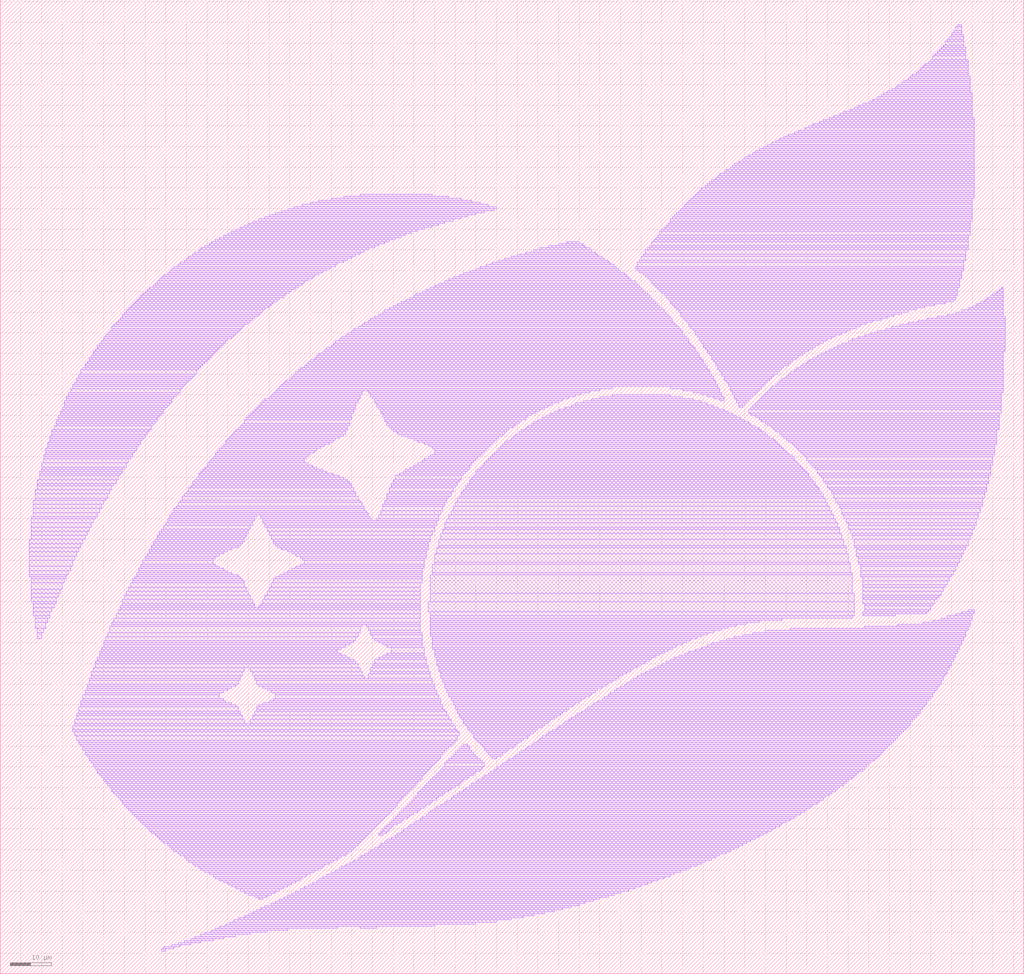
<source format=lef>
VERSION 5.7 ;
  NOWIREEXTENSIONATPIN ON ;
  DIVIDERCHAR "/" ;
  BUSBITCHARS "[]" ;
MACRO aef2
  CLASS BLOCK ;
  FOREIGN aef2 ;
  ORIGIN 0.000 0.000 ;
  SIZE 247.500 BY 235.500 ;
  OBS
      LAYER Metal5 ;
        RECT 231.500 229.000 232.500 229.500 ;
        RECT 231.000 228.000 232.500 229.000 ;
        RECT 230.500 227.500 232.500 228.000 ;
        RECT 230.000 227.000 232.500 227.500 ;
        RECT 230.000 226.500 233.000 227.000 ;
        RECT 229.500 226.000 233.000 226.500 ;
        RECT 229.000 225.500 233.000 226.000 ;
        RECT 228.500 224.500 233.000 225.500 ;
        RECT 228.000 224.000 233.000 224.500 ;
        RECT 227.500 223.500 233.500 224.000 ;
        RECT 227.000 223.000 233.500 223.500 ;
        RECT 226.500 222.500 233.500 223.000 ;
        RECT 226.000 222.000 233.500 222.500 ;
        RECT 225.500 221.000 233.500 222.000 ;
        RECT 225.000 220.500 234.000 221.000 ;
        RECT 224.500 220.000 234.000 220.500 ;
        RECT 223.500 219.500 234.000 220.000 ;
        RECT 223.000 219.000 234.000 219.500 ;
        RECT 222.500 218.500 234.000 219.000 ;
        RECT 222.000 218.000 234.000 218.500 ;
        RECT 221.500 217.500 234.000 218.000 ;
        RECT 220.500 217.000 234.000 217.500 ;
        RECT 220.000 216.500 234.500 217.000 ;
        RECT 219.500 216.000 234.500 216.500 ;
        RECT 218.500 215.500 234.500 216.000 ;
        RECT 218.000 215.000 234.500 215.500 ;
        RECT 217.000 214.500 234.500 215.000 ;
        RECT 216.500 214.000 234.500 214.500 ;
        RECT 215.500 213.500 234.500 214.000 ;
        RECT 214.500 213.000 234.500 213.500 ;
        RECT 213.500 212.500 235.000 213.000 ;
        RECT 213.000 212.000 235.000 212.500 ;
        RECT 212.000 211.500 235.000 212.000 ;
        RECT 211.000 211.000 235.000 211.500 ;
        RECT 210.000 210.500 235.000 211.000 ;
        RECT 208.500 210.000 235.000 210.500 ;
        RECT 207.500 209.500 235.000 210.000 ;
        RECT 206.500 209.000 235.000 209.500 ;
        RECT 205.500 208.500 235.000 209.000 ;
        RECT 204.000 208.000 235.000 208.500 ;
        RECT 203.000 207.500 235.000 208.000 ;
        RECT 201.500 207.000 235.000 207.500 ;
        RECT 200.500 206.500 235.500 207.000 ;
        RECT 199.000 206.000 235.500 206.500 ;
        RECT 198.000 205.500 235.500 206.000 ;
        RECT 196.500 205.000 235.500 205.500 ;
        RECT 195.500 204.500 235.500 205.000 ;
        RECT 194.500 204.000 235.500 204.500 ;
        RECT 193.000 203.500 235.500 204.000 ;
        RECT 192.000 203.000 235.500 203.500 ;
        RECT 190.500 202.500 235.500 203.000 ;
        RECT 189.500 202.000 235.500 202.500 ;
        RECT 188.500 201.500 235.500 202.000 ;
        RECT 187.500 201.000 235.500 201.500 ;
        RECT 186.500 200.500 235.500 201.000 ;
        RECT 185.500 200.000 235.500 200.500 ;
        RECT 184.500 199.500 235.500 200.000 ;
        RECT 183.500 199.000 235.500 199.500 ;
        RECT 182.500 198.500 235.500 199.000 ;
        RECT 182.000 198.000 235.500 198.500 ;
        RECT 181.000 197.500 235.500 198.000 ;
        RECT 180.000 197.000 235.500 197.500 ;
        RECT 179.500 196.500 235.500 197.000 ;
        RECT 178.500 196.000 235.500 196.500 ;
        RECT 177.500 195.500 235.500 196.000 ;
        RECT 177.000 195.000 235.500 195.500 ;
        RECT 176.500 194.500 235.500 195.000 ;
        RECT 175.500 194.000 235.500 194.500 ;
        RECT 175.000 193.500 235.500 194.000 ;
        RECT 174.000 193.000 235.500 193.500 ;
        RECT 173.500 192.500 235.500 193.000 ;
        RECT 173.000 192.000 235.500 192.500 ;
        RECT 172.000 191.500 235.500 192.000 ;
        RECT 171.500 191.000 235.500 191.500 ;
        RECT 171.000 190.500 235.500 191.000 ;
        RECT 170.500 190.000 235.500 190.500 ;
        RECT 169.500 189.500 235.500 190.000 ;
        RECT 169.000 189.000 235.500 189.500 ;
        RECT 168.500 188.500 235.500 189.000 ;
        RECT 87.000 188.000 104.500 188.500 ;
        RECT 168.000 188.000 235.500 188.500 ;
        RECT 83.000 187.500 108.500 188.000 ;
        RECT 167.500 187.500 235.500 188.000 ;
        RECT 80.000 187.000 111.500 187.500 ;
        RECT 167.000 187.000 235.000 187.500 ;
        RECT 77.000 186.500 114.000 187.000 ;
        RECT 166.500 186.500 235.000 187.000 ;
        RECT 75.000 186.000 116.000 186.500 ;
        RECT 166.000 186.000 235.000 186.500 ;
        RECT 73.000 185.500 118.000 186.000 ;
        RECT 165.500 185.500 235.000 186.000 ;
        RECT 71.000 185.000 120.000 185.500 ;
        RECT 165.000 185.000 235.000 185.500 ;
        RECT 69.500 184.500 119.500 185.000 ;
        RECT 164.500 184.500 235.000 185.000 ;
        RECT 68.000 184.000 117.000 184.500 ;
        RECT 164.000 184.000 235.000 184.500 ;
        RECT 66.500 183.500 115.000 184.000 ;
        RECT 163.500 183.500 235.000 184.000 ;
        RECT 65.000 183.000 113.000 183.500 ;
        RECT 163.000 183.000 235.000 183.500 ;
        RECT 64.000 182.500 111.500 183.000 ;
        RECT 162.500 182.500 235.000 183.000 ;
        RECT 62.500 182.000 109.500 182.500 ;
        RECT 162.000 182.000 235.000 182.500 ;
        RECT 61.000 181.500 107.500 182.000 ;
        RECT 162.000 181.500 234.500 182.000 ;
        RECT 60.000 181.000 106.000 181.500 ;
        RECT 161.500 181.000 234.500 181.500 ;
        RECT 59.000 180.500 104.500 181.000 ;
        RECT 161.000 180.500 234.500 181.000 ;
        RECT 58.000 180.000 102.500 180.500 ;
        RECT 160.500 180.000 234.500 180.500 ;
        RECT 57.000 179.500 101.000 180.000 ;
        RECT 160.000 179.500 234.500 180.000 ;
        RECT 56.000 179.000 99.500 179.500 ;
        RECT 55.000 178.500 98.000 179.000 ;
        RECT 159.500 178.500 234.500 179.500 ;
        RECT 54.000 178.000 97.000 178.500 ;
        RECT 159.000 178.000 234.000 178.500 ;
        RECT 53.000 177.500 95.500 178.000 ;
        RECT 158.500 177.500 234.000 178.000 ;
        RECT 52.000 177.000 94.000 177.500 ;
        RECT 158.000 177.000 234.000 177.500 ;
        RECT 51.000 176.500 93.000 177.000 ;
        RECT 137.000 176.500 140.000 177.000 ;
        RECT 50.500 176.000 91.500 176.500 ;
        RECT 135.000 176.000 141.000 176.500 ;
        RECT 157.500 176.000 234.000 177.000 ;
        RECT 49.500 175.500 90.500 176.000 ;
        RECT 132.500 175.500 141.500 176.000 ;
        RECT 157.000 175.500 234.000 176.000 ;
        RECT 48.500 175.000 89.000 175.500 ;
        RECT 130.500 175.000 142.500 175.500 ;
        RECT 156.500 175.000 234.000 175.500 ;
        RECT 48.000 174.500 88.000 175.000 ;
        RECT 129.000 174.500 143.000 175.000 ;
        RECT 47.000 174.000 87.000 174.500 ;
        RECT 127.000 174.000 144.000 174.500 ;
        RECT 156.000 174.000 233.500 175.000 ;
        RECT 46.500 173.500 86.000 174.000 ;
        RECT 125.000 173.500 144.500 174.000 ;
        RECT 155.500 173.500 233.500 174.000 ;
        RECT 45.500 173.000 85.000 173.500 ;
        RECT 123.500 173.000 145.500 173.500 ;
        RECT 45.000 172.500 84.000 173.000 ;
        RECT 122.000 172.500 146.000 173.000 ;
        RECT 155.000 172.500 233.500 173.500 ;
        RECT 44.500 172.000 83.000 172.500 ;
        RECT 120.500 172.000 147.000 172.500 ;
        RECT 154.500 172.000 233.000 172.500 ;
        RECT 43.500 171.500 81.500 172.000 ;
        RECT 119.000 171.500 147.500 172.000 ;
        RECT 43.000 171.000 81.000 171.500 ;
        RECT 117.500 171.000 148.500 171.500 ;
        RECT 154.000 171.000 233.000 172.000 ;
        RECT 42.000 170.500 80.000 171.000 ;
        RECT 116.000 170.500 149.000 171.000 ;
        RECT 153.500 170.500 233.000 171.000 ;
        RECT 41.500 170.000 79.000 170.500 ;
        RECT 115.000 170.000 149.500 170.500 ;
        RECT 154.000 170.000 233.000 170.500 ;
        RECT 41.000 169.500 78.000 170.000 ;
        RECT 113.500 169.500 150.000 170.000 ;
        RECT 154.500 169.500 232.500 170.000 ;
        RECT 40.500 169.000 77.000 169.500 ;
        RECT 112.000 169.000 151.000 169.500 ;
        RECT 155.500 169.000 232.500 169.500 ;
        RECT 39.500 168.500 76.000 169.000 ;
        RECT 111.000 168.500 151.500 169.000 ;
        RECT 156.000 168.500 232.500 169.000 ;
        RECT 39.000 168.000 75.500 168.500 ;
        RECT 109.500 168.000 152.000 168.500 ;
        RECT 156.500 168.000 232.500 168.500 ;
        RECT 38.500 167.500 74.500 168.000 ;
        RECT 108.500 167.500 152.500 168.000 ;
        RECT 157.000 167.500 232.000 168.000 ;
        RECT 38.000 167.000 73.500 167.500 ;
        RECT 107.500 167.000 153.500 167.500 ;
        RECT 157.500 167.000 232.000 167.500 ;
        RECT 37.500 166.500 73.000 167.000 ;
        RECT 106.000 166.500 154.000 167.000 ;
        RECT 158.000 166.500 232.000 167.000 ;
        RECT 37.000 166.000 72.000 166.500 ;
        RECT 105.000 166.000 154.500 166.500 ;
        RECT 158.500 166.000 232.000 166.500 ;
        RECT 36.000 165.500 71.500 166.000 ;
        RECT 104.000 165.500 155.000 166.000 ;
        RECT 159.000 165.500 231.500 166.000 ;
        RECT 242.000 165.500 242.500 166.000 ;
        RECT 35.500 165.000 70.500 165.500 ;
        RECT 103.000 165.000 155.500 165.500 ;
        RECT 159.500 165.000 231.500 165.500 ;
        RECT 241.500 165.000 242.500 165.500 ;
        RECT 35.000 164.500 70.000 165.000 ;
        RECT 102.000 164.500 156.000 165.000 ;
        RECT 160.000 164.500 231.500 165.000 ;
        RECT 241.000 164.500 242.500 165.000 ;
        RECT 34.500 164.000 69.000 164.500 ;
        RECT 100.500 164.000 156.500 164.500 ;
        RECT 160.500 164.000 231.500 164.500 ;
        RECT 240.000 164.000 242.500 164.500 ;
        RECT 34.000 163.500 68.500 164.000 ;
        RECT 100.000 163.500 157.000 164.000 ;
        RECT 161.000 163.500 231.000 164.000 ;
        RECT 239.500 163.500 242.500 164.000 ;
        RECT 33.500 163.000 67.500 163.500 ;
        RECT 99.000 163.000 157.500 163.500 ;
        RECT 161.500 163.000 231.000 163.500 ;
        RECT 238.500 163.000 242.500 163.500 ;
        RECT 33.000 162.500 67.000 163.000 ;
        RECT 98.000 162.500 158.000 163.000 ;
        RECT 162.000 162.500 230.500 163.000 ;
        RECT 238.000 162.500 242.500 163.000 ;
        RECT 32.500 162.000 66.000 162.500 ;
        RECT 97.000 162.000 158.500 162.500 ;
        RECT 162.000 162.000 228.500 162.500 ;
        RECT 237.000 162.000 242.500 162.500 ;
        RECT 32.000 161.500 65.500 162.000 ;
        RECT 96.000 161.500 159.000 162.000 ;
        RECT 162.500 161.500 226.000 162.000 ;
        RECT 236.000 161.500 242.500 162.000 ;
        RECT 31.500 161.000 65.000 161.500 ;
        RECT 95.000 161.000 159.500 161.500 ;
        RECT 163.000 161.000 223.500 161.500 ;
        RECT 235.000 161.000 242.500 161.500 ;
        RECT 31.000 160.500 64.000 161.000 ;
        RECT 94.000 160.500 160.000 161.000 ;
        RECT 163.500 160.500 221.500 161.000 ;
        RECT 234.000 160.500 242.500 161.000 ;
        RECT 30.500 160.000 63.500 160.500 ;
        RECT 93.000 160.000 160.500 160.500 ;
        RECT 164.000 160.000 219.500 160.500 ;
        RECT 232.500 160.000 242.500 160.500 ;
        RECT 30.000 159.500 63.000 160.000 ;
        RECT 92.500 159.500 161.000 160.000 ;
        RECT 164.500 159.500 218.000 160.000 ;
        RECT 231.000 159.500 242.500 160.000 ;
        RECT 29.500 159.000 62.500 159.500 ;
        RECT 91.500 159.000 161.500 159.500 ;
        RECT 164.500 159.000 216.000 159.500 ;
        RECT 229.000 159.000 242.500 159.500 ;
        RECT 29.500 158.500 61.500 159.000 ;
        RECT 90.500 158.500 162.000 159.000 ;
        RECT 165.000 158.500 214.500 159.000 ;
        RECT 226.500 158.500 243.000 159.000 ;
        RECT 29.000 158.000 61.000 158.500 ;
        RECT 89.500 158.000 162.500 158.500 ;
        RECT 165.500 158.000 213.000 158.500 ;
        RECT 224.000 158.000 243.000 158.500 ;
        RECT 28.500 157.500 60.500 158.000 ;
        RECT 89.000 157.500 162.500 158.000 ;
        RECT 166.000 157.500 211.000 158.000 ;
        RECT 222.000 157.500 243.000 158.000 ;
        RECT 28.000 157.000 60.000 157.500 ;
        RECT 88.000 157.000 163.000 157.500 ;
        RECT 166.500 157.000 209.500 157.500 ;
        RECT 219.500 157.000 243.000 157.500 ;
        RECT 27.500 156.500 59.000 157.000 ;
        RECT 87.500 156.500 163.500 157.000 ;
        RECT 166.500 156.500 208.000 157.000 ;
        RECT 217.500 156.500 243.000 157.000 ;
        RECT 27.000 156.000 58.500 156.500 ;
        RECT 86.500 156.000 164.000 156.500 ;
        RECT 167.000 156.000 207.000 156.500 ;
        RECT 215.500 156.000 243.000 156.500 ;
        RECT 27.000 155.500 58.000 156.000 ;
        RECT 85.500 155.500 164.500 156.000 ;
        RECT 167.500 155.500 205.500 156.000 ;
        RECT 214.000 155.500 243.000 156.000 ;
        RECT 26.500 155.000 57.500 155.500 ;
        RECT 85.000 155.000 165.000 155.500 ;
        RECT 26.000 154.500 57.000 155.000 ;
        RECT 84.000 154.500 165.000 155.000 ;
        RECT 168.000 155.000 204.500 155.500 ;
        RECT 212.000 155.000 243.000 155.500 ;
        RECT 168.000 154.500 203.500 155.000 ;
        RECT 210.500 154.500 243.000 155.000 ;
        RECT 25.500 154.000 56.500 154.500 ;
        RECT 83.500 154.000 165.500 154.500 ;
        RECT 168.500 154.000 202.000 154.500 ;
        RECT 209.000 154.000 243.000 154.500 ;
        RECT 25.000 153.500 56.000 154.000 ;
        RECT 82.500 153.500 166.000 154.000 ;
        RECT 169.000 153.500 201.000 154.000 ;
        RECT 207.500 153.500 243.000 154.000 ;
        RECT 25.000 153.000 55.000 153.500 ;
        RECT 82.000 153.000 166.500 153.500 ;
        RECT 169.000 153.000 200.000 153.500 ;
        RECT 206.000 153.000 243.000 153.500 ;
        RECT 24.500 152.500 54.500 153.000 ;
        RECT 81.000 152.500 166.500 153.000 ;
        RECT 169.500 152.500 199.000 153.000 ;
        RECT 205.000 152.500 243.000 153.000 ;
        RECT 24.000 152.000 54.000 152.500 ;
        RECT 80.500 152.000 167.000 152.500 ;
        RECT 170.000 152.000 198.000 152.500 ;
        RECT 203.500 152.000 243.000 152.500 ;
        RECT 23.500 151.500 53.500 152.000 ;
        RECT 80.000 151.500 167.500 152.000 ;
        RECT 170.000 151.500 197.000 152.000 ;
        RECT 202.500 151.500 243.000 152.000 ;
        RECT 23.500 151.000 53.000 151.500 ;
        RECT 79.000 151.000 168.000 151.500 ;
        RECT 170.500 151.000 196.500 151.500 ;
        RECT 201.500 151.000 243.000 151.500 ;
        RECT 23.000 150.500 52.500 151.000 ;
        RECT 78.500 150.500 168.000 151.000 ;
        RECT 171.000 150.500 195.500 151.000 ;
        RECT 200.500 150.500 243.000 151.000 ;
        RECT 22.500 150.000 52.000 150.500 ;
        RECT 78.000 150.000 168.500 150.500 ;
        RECT 171.000 150.000 194.500 150.500 ;
        RECT 199.500 150.000 242.500 150.500 ;
        RECT 22.500 149.500 51.500 150.000 ;
        RECT 77.000 149.500 169.000 150.000 ;
        RECT 171.500 149.500 194.000 150.000 ;
        RECT 198.500 149.500 242.500 150.000 ;
        RECT 22.000 149.000 51.000 149.500 ;
        RECT 76.500 149.000 169.000 149.500 ;
        RECT 172.000 149.000 193.000 149.500 ;
        RECT 197.500 149.000 242.500 149.500 ;
        RECT 21.500 148.500 50.500 149.000 ;
        RECT 76.000 148.500 169.500 149.000 ;
        RECT 172.000 148.500 192.500 149.000 ;
        RECT 196.500 148.500 242.500 149.000 ;
        RECT 21.500 148.000 50.000 148.500 ;
        RECT 75.000 148.000 170.000 148.500 ;
        RECT 172.500 148.000 191.500 148.500 ;
        RECT 195.500 148.000 242.500 148.500 ;
        RECT 21.000 147.500 49.500 148.000 ;
        RECT 74.500 147.500 170.000 148.000 ;
        RECT 173.000 147.500 191.000 148.000 ;
        RECT 195.000 147.500 242.500 148.000 ;
        RECT 20.500 147.000 49.000 147.500 ;
        RECT 74.000 147.000 170.500 147.500 ;
        RECT 173.000 147.000 190.500 147.500 ;
        RECT 194.000 147.000 242.500 147.500 ;
        RECT 20.500 146.500 48.500 147.000 ;
        RECT 73.500 146.500 171.000 147.000 ;
        RECT 20.000 146.000 48.000 146.500 ;
        RECT 72.500 146.000 171.000 146.500 ;
        RECT 173.500 146.500 189.500 147.000 ;
        RECT 193.500 146.500 242.500 147.000 ;
        RECT 173.500 146.000 189.000 146.500 ;
        RECT 192.500 146.000 242.500 146.500 ;
        RECT 19.500 145.000 47.500 146.000 ;
        RECT 72.000 145.500 171.500 146.000 ;
        RECT 174.000 145.500 188.500 146.000 ;
        RECT 192.000 145.500 242.500 146.000 ;
        RECT 71.500 145.000 171.500 145.500 ;
        RECT 174.500 145.000 188.000 145.500 ;
        RECT 191.000 145.000 242.500 145.500 ;
        RECT 19.000 144.500 47.000 145.000 ;
        RECT 71.000 144.500 172.000 145.000 ;
        RECT 174.500 144.500 187.000 145.000 ;
        RECT 190.500 144.500 242.500 145.000 ;
        RECT 19.000 144.000 46.500 144.500 ;
        RECT 70.500 144.000 172.500 144.500 ;
        RECT 18.500 143.500 46.000 144.000 ;
        RECT 70.000 143.500 172.500 144.000 ;
        RECT 175.000 144.000 186.500 144.500 ;
        RECT 190.000 144.000 242.500 144.500 ;
        RECT 175.000 143.500 186.000 144.000 ;
        RECT 189.000 143.500 242.500 144.000 ;
        RECT 18.500 143.000 45.500 143.500 ;
        RECT 69.000 143.000 173.000 143.500 ;
        RECT 175.500 143.000 185.500 143.500 ;
        RECT 188.500 143.000 242.500 143.500 ;
        RECT 18.000 142.500 45.000 143.000 ;
        RECT 68.500 142.500 173.000 143.000 ;
        RECT 176.000 142.500 185.000 143.000 ;
        RECT 188.000 142.500 242.500 143.000 ;
        RECT 17.500 142.000 44.500 142.500 ;
        RECT 68.000 142.000 173.500 142.500 ;
        RECT 176.000 142.000 184.500 142.500 ;
        RECT 187.500 142.000 242.500 142.500 ;
        RECT 17.500 141.500 44.000 142.000 ;
        RECT 67.500 141.500 148.000 142.000 ;
        RECT 162.000 141.500 173.500 142.000 ;
        RECT 176.500 141.500 184.000 142.000 ;
        RECT 186.500 141.500 242.500 142.000 ;
        RECT 17.000 140.500 43.500 141.500 ;
        RECT 67.000 141.000 145.000 141.500 ;
        RECT 165.000 141.000 174.000 141.500 ;
        RECT 176.500 141.000 183.500 141.500 ;
        RECT 186.000 141.000 242.500 141.500 ;
        RECT 66.500 140.500 87.500 141.000 ;
        RECT 89.000 140.500 142.500 141.000 ;
        RECT 167.500 140.500 174.000 141.000 ;
        RECT 177.000 140.500 183.000 141.000 ;
        RECT 185.500 140.500 242.500 141.000 ;
        RECT 16.500 140.000 43.000 140.500 ;
        RECT 66.000 140.000 87.500 140.500 ;
        RECT 89.500 140.000 140.500 140.500 ;
        RECT 169.500 140.000 174.500 140.500 ;
        RECT 177.000 140.000 182.500 140.500 ;
        RECT 185.000 140.000 242.000 140.500 ;
        RECT 16.500 139.500 42.500 140.000 ;
        RECT 65.500 139.500 87.000 140.000 ;
        RECT 89.500 139.500 139.000 140.000 ;
        RECT 148.000 139.500 162.000 140.000 ;
        RECT 171.000 139.500 174.500 140.000 ;
        RECT 177.500 139.500 182.000 140.000 ;
        RECT 184.500 139.500 242.000 140.000 ;
        RECT 16.000 139.000 42.000 139.500 ;
        RECT 65.000 139.000 87.000 139.500 ;
        RECT 90.000 139.000 137.500 139.500 ;
        RECT 145.000 139.000 165.000 139.500 ;
        RECT 172.500 139.000 175.000 139.500 ;
        RECT 177.500 139.000 181.500 139.500 ;
        RECT 184.000 139.000 242.000 139.500 ;
        RECT 16.000 138.500 41.500 139.000 ;
        RECT 64.000 138.500 86.500 139.000 ;
        RECT 15.500 138.000 41.500 138.500 ;
        RECT 63.500 138.000 86.500 138.500 ;
        RECT 90.500 138.500 136.000 139.000 ;
        RECT 143.000 138.500 167.500 139.000 ;
        RECT 174.000 138.500 175.000 139.000 ;
        RECT 178.000 138.500 181.000 139.000 ;
        RECT 183.500 138.500 242.000 139.000 ;
        RECT 90.500 138.000 135.000 138.500 ;
        RECT 141.000 138.000 169.500 138.500 ;
        RECT 178.000 138.000 180.500 138.500 ;
        RECT 183.000 138.000 242.000 138.500 ;
        RECT 15.500 137.500 41.000 138.000 ;
        RECT 63.000 137.500 86.000 138.000 ;
        RECT 15.500 137.000 40.500 137.500 ;
        RECT 62.500 137.000 86.000 137.500 ;
        RECT 91.000 137.500 133.500 138.000 ;
        RECT 139.000 137.500 171.000 138.000 ;
        RECT 178.500 137.500 180.000 138.000 ;
        RECT 182.500 137.500 242.000 138.000 ;
        RECT 91.000 137.000 132.500 137.500 ;
        RECT 138.000 137.000 172.500 137.500 ;
        RECT 178.500 137.000 179.500 137.500 ;
        RECT 182.000 137.000 242.000 137.500 ;
        RECT 15.000 136.500 40.000 137.000 ;
        RECT 62.000 136.500 86.000 137.000 ;
        RECT 91.500 136.500 131.500 137.000 ;
        RECT 136.500 136.500 173.500 137.000 ;
        RECT 181.500 136.500 242.000 137.000 ;
        RECT 15.000 136.000 39.500 136.500 ;
        RECT 61.500 136.000 85.500 136.500 ;
        RECT 14.500 135.500 39.500 136.000 ;
        RECT 61.000 135.500 85.500 136.000 ;
        RECT 92.000 136.000 130.500 136.500 ;
        RECT 135.000 136.000 175.000 136.500 ;
        RECT 92.000 135.500 129.500 136.000 ;
        RECT 134.000 135.500 176.000 136.000 ;
        RECT 181.000 135.500 242.000 136.500 ;
        RECT 14.500 135.000 39.000 135.500 ;
        RECT 60.500 135.000 85.000 135.500 ;
        RECT 14.000 134.500 38.500 135.000 ;
        RECT 60.000 134.500 85.000 135.000 ;
        RECT 92.500 135.000 128.500 135.500 ;
        RECT 133.000 135.000 177.000 135.500 ;
        RECT 181.500 135.000 241.500 135.500 ;
        RECT 92.500 134.500 127.500 135.000 ;
        RECT 132.000 134.500 178.000 135.000 ;
        RECT 182.500 134.500 241.500 135.000 ;
        RECT 14.000 134.000 38.000 134.500 ;
        RECT 59.500 134.000 85.000 134.500 ;
        RECT 93.000 134.000 127.000 134.500 ;
        RECT 131.000 134.000 179.000 134.500 ;
        RECT 183.500 134.000 241.500 134.500 ;
        RECT 13.500 133.500 38.000 134.000 ;
        RECT 13.500 133.000 37.500 133.500 ;
        RECT 59.000 133.000 84.500 134.000 ;
        RECT 93.000 133.500 126.000 134.000 ;
        RECT 130.000 133.500 180.000 134.000 ;
        RECT 184.000 133.500 241.500 134.000 ;
        RECT 13.500 132.500 37.000 133.000 ;
        RECT 58.500 132.500 84.500 133.000 ;
        RECT 93.500 133.000 125.500 133.500 ;
        RECT 129.000 133.000 181.000 133.500 ;
        RECT 185.000 133.000 241.500 133.500 ;
        RECT 93.500 132.500 124.500 133.000 ;
        RECT 128.500 132.500 181.500 133.000 ;
        RECT 185.500 132.500 241.500 133.000 ;
        RECT 13.000 131.500 36.500 132.500 ;
        RECT 58.000 132.000 84.000 132.500 ;
        RECT 94.000 132.000 124.000 132.500 ;
        RECT 127.500 132.000 182.500 132.500 ;
        RECT 186.500 132.000 241.500 132.500 ;
        RECT 57.500 131.500 84.000 132.000 ;
        RECT 94.500 131.500 123.000 132.000 ;
        RECT 127.000 131.500 183.500 132.000 ;
        RECT 187.000 131.500 241.500 132.000 ;
        RECT 12.500 131.000 36.000 131.500 ;
        RECT 57.000 131.000 83.500 131.500 ;
        RECT 95.000 131.000 122.500 131.500 ;
        RECT 126.000 131.000 184.000 131.500 ;
        RECT 187.500 131.000 241.000 131.500 ;
        RECT 12.500 130.500 35.500 131.000 ;
        RECT 56.500 130.500 83.500 131.000 ;
        RECT 96.000 130.500 122.000 131.000 ;
        RECT 125.500 130.500 185.000 131.000 ;
        RECT 188.500 130.500 241.000 131.000 ;
        RECT 12.500 130.000 35.000 130.500 ;
        RECT 56.000 130.000 83.000 130.500 ;
        RECT 97.000 130.000 121.500 130.500 ;
        RECT 124.500 130.000 185.500 130.500 ;
        RECT 189.000 130.000 241.000 130.500 ;
        RECT 12.000 129.500 35.000 130.000 ;
        RECT 55.500 129.500 82.000 130.000 ;
        RECT 98.500 129.500 120.500 130.000 ;
        RECT 124.000 129.500 186.000 130.000 ;
        RECT 189.500 129.500 241.000 130.000 ;
        RECT 12.000 129.000 34.500 129.500 ;
        RECT 55.000 129.000 81.000 129.500 ;
        RECT 100.000 129.000 120.000 129.500 ;
        RECT 123.500 129.000 187.000 129.500 ;
        RECT 190.000 129.000 241.000 129.500 ;
        RECT 12.000 128.500 34.000 129.000 ;
        RECT 11.500 128.000 34.000 128.500 ;
        RECT 54.500 128.500 80.500 129.000 ;
        RECT 101.000 128.500 119.500 129.000 ;
        RECT 122.500 128.500 187.500 129.000 ;
        RECT 190.500 128.500 241.000 129.000 ;
        RECT 54.500 128.000 79.500 128.500 ;
        RECT 102.500 128.000 119.000 128.500 ;
        RECT 122.000 128.000 188.000 128.500 ;
        RECT 191.500 128.000 241.000 128.500 ;
        RECT 11.500 127.500 33.500 128.000 ;
        RECT 54.000 127.500 78.500 128.000 ;
        RECT 103.500 127.500 118.500 128.000 ;
        RECT 121.500 127.500 188.500 128.000 ;
        RECT 192.000 127.500 240.500 128.000 ;
        RECT 11.500 127.000 33.000 127.500 ;
        RECT 53.500 127.000 77.500 127.500 ;
        RECT 104.500 127.000 118.000 127.500 ;
        RECT 121.000 127.000 189.000 127.500 ;
        RECT 192.500 127.000 240.500 127.500 ;
        RECT 11.000 126.500 33.000 127.000 ;
        RECT 53.000 126.500 76.500 127.000 ;
        RECT 105.000 126.500 117.500 127.000 ;
        RECT 120.500 126.500 189.500 127.000 ;
        RECT 193.000 126.500 240.500 127.000 ;
        RECT 11.000 126.000 32.500 126.500 ;
        RECT 52.500 126.000 76.000 126.500 ;
        RECT 105.000 126.000 117.000 126.500 ;
        RECT 120.000 126.000 190.000 126.500 ;
        RECT 193.500 126.000 240.500 126.500 ;
        RECT 11.000 125.500 32.000 126.000 ;
        RECT 10.500 125.000 32.000 125.500 ;
        RECT 52.000 125.500 75.000 126.000 ;
        RECT 105.000 125.500 116.500 126.000 ;
        RECT 119.500 125.500 190.500 126.000 ;
        RECT 194.000 125.500 240.500 126.000 ;
        RECT 52.000 125.000 74.500 125.500 ;
        RECT 104.000 125.000 116.000 125.500 ;
        RECT 119.000 125.000 191.500 125.500 ;
        RECT 194.500 125.000 240.000 125.500 ;
        RECT 10.500 124.500 31.500 125.000 ;
        RECT 51.500 124.500 74.000 125.000 ;
        RECT 103.500 124.500 115.500 125.000 ;
        RECT 118.500 124.500 192.000 125.000 ;
        RECT 10.500 123.500 31.000 124.500 ;
        RECT 51.000 124.000 73.500 124.500 ;
        RECT 102.500 124.000 115.000 124.500 ;
        RECT 118.000 124.000 192.000 124.500 ;
        RECT 195.000 124.000 240.000 125.000 ;
        RECT 50.500 123.500 73.500 124.000 ;
        RECT 102.000 123.500 114.500 124.000 ;
        RECT 117.500 123.500 192.500 124.000 ;
        RECT 195.500 123.500 240.000 124.000 ;
        RECT 10.000 122.500 30.500 123.500 ;
        RECT 50.000 123.000 74.500 123.500 ;
        RECT 101.000 123.000 114.000 123.500 ;
        RECT 117.000 123.000 193.000 123.500 ;
        RECT 196.000 123.000 240.000 123.500 ;
        RECT 50.000 122.500 75.500 123.000 ;
        RECT 100.000 122.500 113.500 123.000 ;
        RECT 116.500 122.500 193.500 123.000 ;
        RECT 196.500 122.500 239.500 123.000 ;
        RECT 10.000 122.000 30.000 122.500 ;
        RECT 49.500 122.000 76.500 122.500 ;
        RECT 99.000 122.000 113.500 122.500 ;
        RECT 116.000 122.000 194.000 122.500 ;
        RECT 197.000 122.000 239.500 122.500 ;
        RECT 10.000 121.500 29.500 122.000 ;
        RECT 49.000 121.500 78.000 122.000 ;
        RECT 98.000 121.500 113.000 122.000 ;
        RECT 115.500 121.500 194.500 122.000 ;
        RECT 9.500 121.000 29.500 121.500 ;
        RECT 48.500 121.000 79.000 121.500 ;
        RECT 97.500 121.000 112.500 121.500 ;
        RECT 115.000 121.000 195.000 121.500 ;
        RECT 197.500 121.000 239.500 122.000 ;
        RECT 9.500 120.500 29.000 121.000 ;
        RECT 48.000 120.500 80.500 121.000 ;
        RECT 96.500 120.500 112.000 121.000 ;
        RECT 115.000 120.500 195.500 121.000 ;
        RECT 198.000 120.500 239.500 121.000 ;
        RECT 9.500 119.500 28.500 120.500 ;
        RECT 48.000 120.000 82.000 120.500 ;
        RECT 47.500 119.500 83.000 120.000 ;
        RECT 95.500 119.500 111.500 120.500 ;
        RECT 114.500 120.000 195.500 120.500 ;
        RECT 198.500 120.000 239.000 120.500 ;
        RECT 114.000 119.500 196.000 120.000 ;
        RECT 9.000 118.500 28.000 119.500 ;
        RECT 47.000 119.000 84.000 119.500 ;
        RECT 95.000 119.000 111.000 119.500 ;
        RECT 113.500 119.000 196.500 119.500 ;
        RECT 199.000 119.000 239.000 120.000 ;
        RECT 46.500 118.500 84.500 119.000 ;
        RECT 95.000 118.500 110.500 119.000 ;
        RECT 113.500 118.500 197.000 119.000 ;
        RECT 199.500 118.500 239.000 119.000 ;
        RECT 9.000 118.000 27.500 118.500 ;
        RECT 46.500 118.000 85.000 118.500 ;
        RECT 9.000 117.000 27.000 118.000 ;
        RECT 46.000 117.500 85.000 118.000 ;
        RECT 94.500 118.000 110.500 118.500 ;
        RECT 113.000 118.000 197.000 118.500 ;
        RECT 94.500 117.500 110.000 118.000 ;
        RECT 112.500 117.500 197.500 118.000 ;
        RECT 200.000 117.500 238.500 118.500 ;
        RECT 8.500 116.000 26.500 117.000 ;
        RECT 45.500 116.500 85.500 117.500 ;
        RECT 94.000 116.500 109.500 117.500 ;
        RECT 112.500 117.000 198.000 117.500 ;
        RECT 200.500 117.000 238.500 117.500 ;
        RECT 112.000 116.500 198.000 117.000 ;
        RECT 201.000 116.500 238.500 117.000 ;
        RECT 45.000 116.000 86.000 116.500 ;
        RECT 94.000 116.000 109.000 116.500 ;
        RECT 8.500 115.000 26.000 116.000 ;
        RECT 44.500 115.500 86.000 116.000 ;
        RECT 93.500 115.500 109.000 116.000 ;
        RECT 111.500 116.000 198.500 116.500 ;
        RECT 201.000 116.000 238.000 116.500 ;
        RECT 111.500 115.500 199.000 116.000 ;
        RECT 8.500 114.500 25.500 115.000 ;
        RECT 44.000 114.500 86.500 115.500 ;
        RECT 93.500 115.000 108.500 115.500 ;
        RECT 111.000 115.000 199.000 115.500 ;
        RECT 201.500 115.000 238.000 116.000 ;
        RECT 93.500 114.500 108.000 115.000 ;
        RECT 8.000 113.500 25.000 114.500 ;
        RECT 43.500 114.000 87.000 114.500 ;
        RECT 93.000 114.000 108.000 114.500 ;
        RECT 110.500 114.000 199.500 115.000 ;
        RECT 202.000 114.000 237.500 115.000 ;
        RECT 8.000 112.500 24.500 113.500 ;
        RECT 43.000 113.000 87.500 114.000 ;
        RECT 93.000 113.500 107.500 114.000 ;
        RECT 92.500 113.000 107.500 113.500 ;
        RECT 110.000 113.000 200.000 114.000 ;
        RECT 202.500 113.500 237.500 114.000 ;
        RECT 203.000 113.000 237.500 113.500 ;
        RECT 42.500 112.500 88.000 113.000 ;
        RECT 8.000 111.500 24.000 112.500 ;
        RECT 42.000 112.000 88.000 112.500 ;
        RECT 92.500 112.000 107.000 113.000 ;
        RECT 109.500 112.000 200.500 113.000 ;
        RECT 203.000 112.500 237.000 113.000 ;
        RECT 42.000 111.500 88.500 112.000 ;
        RECT 8.000 110.500 23.500 111.500 ;
        RECT 41.500 111.000 89.000 111.500 ;
        RECT 92.000 111.000 106.500 112.000 ;
        RECT 109.000 111.000 201.000 112.000 ;
        RECT 203.500 111.500 237.000 112.500 ;
        RECT 203.500 111.000 236.500 111.500 ;
        RECT 41.000 110.500 62.000 111.000 ;
        RECT 63.000 110.500 89.000 111.000 ;
        RECT 7.500 110.000 23.000 110.500 ;
        RECT 41.000 110.000 61.500 110.500 ;
        RECT 63.000 110.000 89.500 110.500 ;
        RECT 91.500 110.000 106.000 111.000 ;
        RECT 108.500 110.000 201.500 111.000 ;
        RECT 204.000 110.000 236.500 111.000 ;
        RECT 7.500 109.000 22.500 110.000 ;
        RECT 40.500 109.500 61.500 110.000 ;
        RECT 63.500 109.500 90.000 110.000 ;
        RECT 91.000 109.500 106.000 110.000 ;
        RECT 40.500 109.000 61.000 109.500 ;
        RECT 63.500 109.000 105.500 109.500 ;
        RECT 108.000 109.000 202.000 110.000 ;
        RECT 204.500 109.000 236.000 110.000 ;
        RECT 7.500 108.000 22.000 109.000 ;
        RECT 40.000 108.500 61.000 109.000 ;
        RECT 64.000 108.500 105.500 109.000 ;
        RECT 7.500 107.000 21.500 108.000 ;
        RECT 39.500 107.500 60.500 108.500 ;
        RECT 64.000 108.000 105.000 108.500 ;
        RECT 39.000 107.000 60.000 107.500 ;
        RECT 64.500 107.000 105.000 108.000 ;
        RECT 107.500 108.000 202.500 109.000 ;
        RECT 205.000 108.500 236.000 109.000 ;
        RECT 107.500 107.500 203.000 108.000 ;
        RECT 205.000 107.500 235.500 108.500 ;
        RECT 7.500 106.000 21.000 107.000 ;
        RECT 38.500 106.500 60.000 107.000 ;
        RECT 38.500 106.000 59.500 106.500 ;
        RECT 65.000 106.000 104.500 107.000 ;
        RECT 107.000 106.500 203.000 107.500 ;
        RECT 205.500 106.500 235.000 107.500 ;
        RECT 7.500 105.000 20.500 106.000 ;
        RECT 38.000 105.500 59.500 106.000 ;
        RECT 38.000 105.000 59.000 105.500 ;
        RECT 65.500 105.000 104.000 106.000 ;
        RECT 106.500 105.000 203.500 106.500 ;
        RECT 206.000 106.000 235.000 106.500 ;
        RECT 206.000 105.000 234.500 106.000 ;
        RECT 7.000 104.000 20.000 105.000 ;
        RECT 37.500 104.500 59.000 105.000 ;
        RECT 66.000 104.500 104.000 105.000 ;
        RECT 37.000 104.000 58.500 104.500 ;
        RECT 66.000 104.000 103.500 104.500 ;
        RECT 7.000 103.000 19.500 104.000 ;
        RECT 37.000 103.500 58.000 104.000 ;
        RECT 66.500 103.500 103.500 104.000 ;
        RECT 36.500 103.000 57.500 103.500 ;
        RECT 67.000 103.000 103.500 103.500 ;
        RECT 106.000 103.500 204.000 105.000 ;
        RECT 206.500 103.500 234.000 105.000 ;
        RECT 106.000 103.000 204.500 103.500 ;
        RECT 206.500 103.000 233.500 103.500 ;
        RECT 7.000 102.000 19.000 103.000 ;
        RECT 36.500 102.500 56.000 103.000 ;
        RECT 68.000 102.500 103.500 103.000 ;
        RECT 36.000 102.000 55.000 102.500 ;
        RECT 69.500 102.000 103.000 102.500 ;
        RECT 7.000 101.000 18.500 102.000 ;
        RECT 36.000 101.500 54.000 102.000 ;
        RECT 70.500 101.500 103.000 102.000 ;
        RECT 105.500 101.500 204.500 103.000 ;
        RECT 207.000 102.500 233.500 103.000 ;
        RECT 207.000 101.500 233.000 102.500 ;
        RECT 35.500 101.000 53.000 101.500 ;
        RECT 71.500 101.000 103.000 101.500 ;
        RECT 7.000 100.000 18.000 101.000 ;
        RECT 35.000 100.500 52.000 101.000 ;
        RECT 72.500 100.500 103.000 101.000 ;
        RECT 35.000 100.000 51.500 100.500 ;
        RECT 73.000 100.000 102.500 100.500 ;
        RECT 7.000 98.500 17.500 100.000 ;
        RECT 34.500 99.000 51.500 100.000 ;
        RECT 73.500 99.000 102.500 100.000 ;
        RECT 105.000 99.500 205.000 101.500 ;
        RECT 207.000 101.000 232.500 101.500 ;
        RECT 207.500 100.500 232.500 101.000 ;
        RECT 207.500 99.500 232.000 100.500 ;
        RECT 105.000 99.000 205.500 99.500 ;
        RECT 207.500 99.000 231.500 99.500 ;
        RECT 34.000 98.500 52.000 99.000 ;
        RECT 72.500 98.500 102.500 99.000 ;
        RECT 7.000 97.500 17.000 98.500 ;
        RECT 34.000 98.000 53.000 98.500 ;
        RECT 71.500 98.000 102.500 98.500 ;
        RECT 33.500 97.500 54.000 98.000 ;
        RECT 70.500 97.500 102.000 98.000 ;
        RECT 7.000 96.500 16.500 97.500 ;
        RECT 33.500 97.000 55.000 97.500 ;
        RECT 69.500 97.000 102.000 97.500 ;
        RECT 33.000 96.500 56.000 97.000 ;
        RECT 68.500 96.500 102.000 97.000 ;
        RECT 104.500 97.000 205.500 99.000 ;
        RECT 208.000 98.500 231.500 99.000 ;
        RECT 208.000 97.500 231.000 98.500 ;
        RECT 104.500 96.500 206.000 97.000 ;
        RECT 7.000 96.000 16.000 96.500 ;
        RECT 33.000 96.000 57.500 96.500 ;
        RECT 67.500 96.000 102.000 96.500 ;
        RECT 7.500 95.500 16.000 96.000 ;
        RECT 32.500 95.500 58.000 96.000 ;
        RECT 66.500 95.500 102.000 96.000 ;
        RECT 7.500 94.500 15.500 95.500 ;
        RECT 32.000 95.000 58.500 95.500 ;
        RECT 32.000 94.500 59.000 95.000 ;
        RECT 66.000 94.500 102.000 95.500 ;
        RECT 7.500 93.000 15.000 94.500 ;
        RECT 31.500 93.500 59.000 94.500 ;
        RECT 65.500 93.500 101.500 94.500 ;
        RECT 7.500 92.000 14.500 93.000 ;
        RECT 31.000 92.500 59.500 93.500 ;
        RECT 65.000 92.500 101.500 93.500 ;
        RECT 7.500 91.000 14.000 92.000 ;
        RECT 30.500 91.500 60.000 92.500 ;
        RECT 64.500 91.500 101.500 92.500 ;
        RECT 7.500 90.000 13.500 91.000 ;
        RECT 30.000 90.500 60.500 91.500 ;
        RECT 64.000 90.500 101.500 91.500 ;
        RECT 8.000 89.500 13.500 90.000 ;
        RECT 29.500 89.500 61.000 90.500 ;
        RECT 63.500 89.500 101.500 90.500 ;
        RECT 104.000 92.000 206.000 96.500 ;
        RECT 208.000 96.500 230.500 97.500 ;
        RECT 208.000 96.000 230.000 96.500 ;
        RECT 208.500 95.000 229.500 96.000 ;
        RECT 208.500 94.000 229.000 95.000 ;
        RECT 208.500 93.500 228.500 94.000 ;
        RECT 208.500 92.500 228.000 93.500 ;
        RECT 104.000 90.000 206.500 92.000 ;
        RECT 8.000 88.500 13.000 89.500 ;
        RECT 29.500 89.000 61.500 89.500 ;
        RECT 63.000 89.000 101.500 89.500 ;
        RECT 29.000 88.500 61.500 89.000 ;
        RECT 62.500 88.500 101.500 89.000 ;
        RECT 8.000 87.500 12.500 88.500 ;
        RECT 29.000 88.000 101.500 88.500 ;
        RECT 8.000 86.500 12.000 87.500 ;
        RECT 28.500 87.000 101.500 88.000 ;
        RECT 103.500 87.500 206.500 90.000 ;
        RECT 208.500 91.500 227.500 92.500 ;
        RECT 208.500 91.000 227.000 91.500 ;
        RECT 208.500 90.500 226.500 91.000 ;
        RECT 208.500 89.500 226.000 90.500 ;
        RECT 209.000 89.000 225.500 89.500 ;
        RECT 209.000 88.000 225.000 89.000 ;
        RECT 209.000 87.500 224.500 88.000 ;
        RECT 234.000 87.500 235.500 88.000 ;
        RECT 8.500 86.000 12.000 86.500 ;
        RECT 28.000 86.000 101.500 87.000 ;
        RECT 8.500 85.000 11.500 86.000 ;
        RECT 27.500 85.000 101.500 86.000 ;
        RECT 8.500 83.500 11.000 85.000 ;
        RECT 27.000 84.500 101.500 85.000 ;
        RECT 27.000 84.000 87.500 84.500 ;
        RECT 88.500 84.000 101.500 84.500 ;
        RECT 9.000 82.500 10.500 83.500 ;
        RECT 26.500 82.500 87.000 84.000 ;
        RECT 89.000 83.000 101.500 84.000 ;
        RECT 89.500 82.500 101.500 83.000 ;
        RECT 104.000 86.500 206.500 87.500 ;
        RECT 208.500 87.000 224.000 87.500 ;
        RECT 232.500 87.000 235.500 87.500 ;
        RECT 208.500 86.500 216.500 87.000 ;
        RECT 231.000 86.500 235.000 87.000 ;
        RECT 104.000 86.000 206.000 86.500 ;
        RECT 229.000 86.000 235.000 86.500 ;
        RECT 104.000 85.500 189.000 86.000 ;
        RECT 227.500 85.500 235.000 86.000 ;
        RECT 104.000 85.000 183.500 85.500 ;
        RECT 225.500 85.000 234.500 85.500 ;
        RECT 104.000 84.500 180.500 85.000 ;
        RECT 223.000 84.500 234.500 85.000 ;
        RECT 104.000 84.000 178.000 84.500 ;
        RECT 217.000 84.000 234.500 84.500 ;
        RECT 104.000 83.500 176.000 84.000 ;
        RECT 209.000 83.500 234.000 84.000 ;
        RECT 104.000 83.000 174.500 83.500 ;
        RECT 191.000 83.000 234.000 83.500 ;
        RECT 104.000 82.500 172.500 83.000 ;
        RECT 185.000 82.500 233.500 83.000 ;
        RECT 9.000 81.000 10.000 82.500 ;
        RECT 26.000 81.500 86.500 82.500 ;
        RECT 89.500 82.000 102.000 82.500 ;
        RECT 25.500 80.500 86.000 81.500 ;
        RECT 90.000 81.000 102.000 82.000 ;
        RECT 104.000 82.000 171.000 82.500 ;
        RECT 182.000 82.000 233.500 82.500 ;
        RECT 104.000 81.500 169.500 82.000 ;
        RECT 179.500 81.500 233.500 82.000 ;
        RECT 90.500 80.500 102.000 81.000 ;
        RECT 25.000 80.000 85.500 80.500 ;
        RECT 91.500 80.000 102.000 80.500 ;
        RECT 25.000 79.500 84.500 80.000 ;
        RECT 92.500 79.500 102.000 80.000 ;
        RECT 25.000 79.000 83.500 79.500 ;
        RECT 93.500 79.000 102.000 79.500 ;
        RECT 104.500 81.000 168.500 81.500 ;
        RECT 177.500 81.000 233.000 81.500 ;
        RECT 104.500 80.500 167.000 81.000 ;
        RECT 175.500 80.500 233.000 81.000 ;
        RECT 104.500 80.000 166.000 80.500 ;
        RECT 174.000 80.000 232.500 80.500 ;
        RECT 104.500 79.500 165.000 80.000 ;
        RECT 172.000 79.500 232.500 80.000 ;
        RECT 104.500 79.000 163.500 79.500 ;
        RECT 171.000 79.000 232.000 79.500 ;
        RECT 24.500 78.500 82.500 79.000 ;
        RECT 24.500 78.000 81.500 78.500 ;
        RECT 24.000 77.500 81.500 78.000 ;
        RECT 94.500 77.500 102.500 79.000 ;
        RECT 104.500 78.500 162.500 79.000 ;
        RECT 169.500 78.500 232.000 79.000 ;
        RECT 24.000 77.000 82.500 77.500 ;
        RECT 93.500 77.000 102.500 77.500 ;
        RECT 24.000 76.500 83.500 77.000 ;
        RECT 92.500 76.500 102.500 77.000 ;
        RECT 105.000 78.000 161.500 78.500 ;
        RECT 168.000 78.000 231.500 78.500 ;
        RECT 105.000 77.500 160.500 78.000 ;
        RECT 166.500 77.500 231.500 78.000 ;
        RECT 105.000 77.000 159.500 77.500 ;
        RECT 165.500 77.000 231.000 77.500 ;
        RECT 105.000 76.500 158.500 77.000 ;
        RECT 164.000 76.500 231.000 77.000 ;
        RECT 23.500 76.000 84.500 76.500 ;
        RECT 91.500 76.000 103.000 76.500 ;
        RECT 23.500 75.500 85.500 76.000 ;
        RECT 23.000 75.000 86.000 75.500 ;
        RECT 90.500 75.000 103.000 76.000 ;
        RECT 23.000 74.000 86.500 75.000 ;
        RECT 90.000 74.500 103.000 75.000 ;
        RECT 105.500 76.000 157.500 76.500 ;
        RECT 163.000 76.000 230.500 76.500 ;
        RECT 105.500 75.500 157.000 76.000 ;
        RECT 162.000 75.500 230.500 76.000 ;
        RECT 105.500 75.000 156.000 75.500 ;
        RECT 161.000 75.000 230.000 75.500 ;
        RECT 105.500 74.500 155.000 75.000 ;
        RECT 160.000 74.500 230.000 75.000 ;
        RECT 90.000 74.000 103.500 74.500 ;
        RECT 22.500 73.000 59.000 74.000 ;
        RECT 60.500 73.000 87.000 74.000 ;
        RECT 89.500 73.000 103.500 74.000 ;
        RECT 106.000 74.000 154.000 74.500 ;
        RECT 159.000 74.000 229.500 74.500 ;
        RECT 106.000 73.500 153.000 74.000 ;
        RECT 158.000 73.500 229.500 74.000 ;
        RECT 106.000 73.000 152.500 73.500 ;
        RECT 157.000 73.000 229.000 73.500 ;
        RECT 22.000 72.000 58.500 73.000 ;
        RECT 61.000 72.000 87.500 73.000 ;
        RECT 89.500 72.500 104.000 73.000 ;
        RECT 22.000 71.500 58.000 72.000 ;
        RECT 21.500 71.000 58.000 71.500 ;
        RECT 61.500 71.500 88.000 72.000 ;
        RECT 89.000 71.500 104.000 72.500 ;
        RECT 106.500 72.500 151.500 73.000 ;
        RECT 156.000 72.500 229.000 73.000 ;
        RECT 106.500 72.000 150.500 72.500 ;
        RECT 155.000 72.000 228.500 72.500 ;
        RECT 106.500 71.500 149.500 72.000 ;
        RECT 154.000 71.500 228.000 72.000 ;
        RECT 61.500 71.000 104.500 71.500 ;
        RECT 21.500 70.000 57.500 71.000 ;
        RECT 62.000 70.000 104.500 71.000 ;
        RECT 107.000 71.000 149.000 71.500 ;
        RECT 153.000 71.000 228.000 71.500 ;
        RECT 107.000 70.500 148.000 71.000 ;
        RECT 152.500 70.500 227.500 71.000 ;
        RECT 107.500 70.000 147.000 70.500 ;
        RECT 151.500 70.000 227.500 70.500 ;
        RECT 21.000 69.500 57.000 70.000 ;
        RECT 62.500 69.500 105.000 70.000 ;
        RECT 21.000 69.000 56.000 69.500 ;
        RECT 63.500 69.000 105.000 69.500 ;
        RECT 107.500 69.500 146.500 70.000 ;
        RECT 151.000 69.500 227.000 70.000 ;
        RECT 107.500 69.000 145.500 69.500 ;
        RECT 150.000 69.000 226.500 69.500 ;
        RECT 21.000 68.500 55.000 69.000 ;
        RECT 64.500 68.500 105.000 69.000 ;
        RECT 108.000 68.500 144.500 69.000 ;
        RECT 149.000 68.500 226.500 69.000 ;
        RECT 20.500 68.000 54.000 68.500 ;
        RECT 65.500 68.000 105.500 68.500 ;
        RECT 108.000 68.000 144.000 68.500 ;
        RECT 148.500 68.000 226.000 68.500 ;
        RECT 20.500 67.500 53.000 68.000 ;
        RECT 20.000 66.500 53.000 67.500 ;
        RECT 66.500 67.500 105.500 68.000 ;
        RECT 108.500 67.500 143.000 68.000 ;
        RECT 147.500 67.500 225.500 68.000 ;
        RECT 66.500 66.500 106.000 67.500 ;
        RECT 108.500 67.000 142.500 67.500 ;
        RECT 147.000 67.000 225.500 67.500 ;
        RECT 109.000 66.500 141.500 67.000 ;
        RECT 146.000 66.500 225.000 67.000 ;
        RECT 20.000 66.000 54.000 66.500 ;
        RECT 66.000 66.000 106.500 66.500 ;
        RECT 109.000 66.000 140.500 66.500 ;
        RECT 145.500 66.000 224.500 66.500 ;
        RECT 19.500 65.500 54.500 66.000 ;
        RECT 65.000 65.500 106.500 66.000 ;
        RECT 19.500 65.000 56.000 65.500 ;
        RECT 63.500 65.000 106.500 65.500 ;
        RECT 109.500 65.500 140.000 66.000 ;
        RECT 144.500 65.500 224.000 66.000 ;
        RECT 109.500 65.000 139.000 65.500 ;
        RECT 143.500 65.000 224.000 65.500 ;
        RECT 19.500 64.500 57.000 65.000 ;
        RECT 62.500 64.500 107.000 65.000 ;
        RECT 19.000 63.500 57.500 64.500 ;
        RECT 62.000 64.000 107.000 64.500 ;
        RECT 110.000 64.500 138.500 65.000 ;
        RECT 143.000 64.500 223.500 65.000 ;
        RECT 110.000 64.000 137.500 64.500 ;
        RECT 142.000 64.000 223.000 64.500 ;
        RECT 62.000 63.500 107.500 64.000 ;
        RECT 110.500 63.500 137.000 64.000 ;
        RECT 141.500 63.500 222.500 64.000 ;
        RECT 19.000 63.000 58.000 63.500 ;
        RECT 18.500 62.500 58.000 63.000 ;
        RECT 61.500 62.500 108.000 63.500 ;
        RECT 110.500 63.000 136.000 63.500 ;
        RECT 140.500 63.000 222.500 63.500 ;
        RECT 111.000 62.500 135.500 63.000 ;
        RECT 139.500 62.500 222.000 63.000 ;
        RECT 18.500 61.500 58.500 62.500 ;
        RECT 61.000 61.500 108.500 62.500 ;
        RECT 111.000 62.000 134.500 62.500 ;
        RECT 139.000 62.000 221.500 62.500 ;
        RECT 111.500 61.500 134.000 62.000 ;
        RECT 138.000 61.500 221.000 62.000 ;
        RECT 18.000 60.500 59.000 61.500 ;
        RECT 60.500 60.500 109.000 61.500 ;
        RECT 112.000 61.000 133.000 61.500 ;
        RECT 137.500 61.000 220.500 61.500 ;
        RECT 112.000 60.500 132.500 61.000 ;
        RECT 136.500 60.500 220.000 61.000 ;
        RECT 18.000 60.000 109.500 60.500 ;
        RECT 112.500 60.000 131.500 60.500 ;
        RECT 136.000 60.000 220.000 60.500 ;
        RECT 17.500 59.000 110.000 60.000 ;
        RECT 113.000 59.500 131.000 60.000 ;
        RECT 135.000 59.500 219.500 60.000 ;
        RECT 113.000 59.000 130.000 59.500 ;
        RECT 134.500 59.000 219.000 59.500 ;
        RECT 17.500 58.500 110.500 59.000 ;
        RECT 113.500 58.500 129.500 59.000 ;
        RECT 133.500 58.500 218.500 59.000 ;
        RECT 18.000 57.500 111.000 58.500 ;
        RECT 114.000 58.000 129.000 58.500 ;
        RECT 132.500 58.000 218.000 58.500 ;
        RECT 114.500 57.500 128.000 58.000 ;
        RECT 132.000 57.500 217.500 58.000 ;
        RECT 18.500 56.500 110.500 57.500 ;
        RECT 114.500 57.000 127.500 57.500 ;
        RECT 131.000 57.000 217.000 57.500 ;
        RECT 115.000 56.500 126.500 57.000 ;
        RECT 130.500 56.500 216.500 57.000 ;
        RECT 19.000 56.000 110.000 56.500 ;
        RECT 115.500 56.000 126.000 56.500 ;
        RECT 130.000 56.000 216.000 56.500 ;
        RECT 19.000 55.500 109.500 56.000 ;
        RECT 116.000 55.500 125.000 56.000 ;
        RECT 129.000 55.500 215.500 56.000 ;
        RECT 19.500 55.000 109.000 55.500 ;
        RECT 112.000 55.000 113.000 55.500 ;
        RECT 116.500 55.000 124.500 55.500 ;
        RECT 128.500 55.000 215.000 55.500 ;
        RECT 20.000 54.500 108.500 55.000 ;
        RECT 111.500 54.500 113.500 55.000 ;
        RECT 20.000 54.000 108.000 54.500 ;
        RECT 111.000 54.000 113.500 54.500 ;
        RECT 117.000 54.500 124.000 55.000 ;
        RECT 127.500 54.500 214.500 55.000 ;
        RECT 117.000 54.000 123.000 54.500 ;
        RECT 127.000 54.000 214.000 54.500 ;
        RECT 20.500 53.500 107.500 54.000 ;
        RECT 110.500 53.500 114.000 54.000 ;
        RECT 117.500 53.500 122.500 54.000 ;
        RECT 126.000 53.500 213.500 54.000 ;
        RECT 20.500 53.000 107.000 53.500 ;
        RECT 110.000 53.000 114.500 53.500 ;
        RECT 118.000 53.000 121.500 53.500 ;
        RECT 125.500 53.000 213.000 53.500 ;
        RECT 21.000 52.500 106.500 53.000 ;
        RECT 109.500 52.500 115.000 53.000 ;
        RECT 118.500 52.500 121.000 53.000 ;
        RECT 124.500 52.500 212.500 53.000 ;
        RECT 21.500 52.000 106.500 52.500 ;
        RECT 109.000 52.000 115.500 52.500 ;
        RECT 119.000 52.000 120.000 52.500 ;
        RECT 124.000 52.000 212.000 52.500 ;
        RECT 21.500 51.500 106.000 52.000 ;
        RECT 108.500 51.500 116.000 52.000 ;
        RECT 123.000 51.500 211.500 52.000 ;
        RECT 22.000 51.000 105.500 51.500 ;
        RECT 108.000 51.000 116.500 51.500 ;
        RECT 122.500 51.000 210.500 51.500 ;
        RECT 22.500 50.500 105.000 51.000 ;
        RECT 22.500 50.000 104.500 50.500 ;
        RECT 107.500 50.000 117.000 51.000 ;
        RECT 121.500 50.500 210.000 51.000 ;
        RECT 121.000 50.000 209.500 50.500 ;
        RECT 23.000 49.500 104.000 50.000 ;
        RECT 107.000 49.500 116.500 50.000 ;
        RECT 120.000 49.500 209.000 50.000 ;
        RECT 23.500 49.000 103.500 49.500 ;
        RECT 106.500 49.000 116.000 49.500 ;
        RECT 119.500 49.000 208.500 49.500 ;
        RECT 23.500 48.500 103.000 49.000 ;
        RECT 106.000 48.500 115.000 49.000 ;
        RECT 118.500 48.500 207.500 49.000 ;
        RECT 24.000 48.000 102.500 48.500 ;
        RECT 105.500 48.000 114.500 48.500 ;
        RECT 118.000 48.000 207.000 48.500 ;
        RECT 24.500 47.500 102.000 48.000 ;
        RECT 105.000 47.500 113.500 48.000 ;
        RECT 117.000 47.500 206.500 48.000 ;
        RECT 25.000 47.000 102.000 47.500 ;
        RECT 104.500 47.000 113.000 47.500 ;
        RECT 116.500 47.000 206.000 47.500 ;
        RECT 25.000 46.500 101.500 47.000 ;
        RECT 104.000 46.500 112.000 47.000 ;
        RECT 115.500 46.500 205.000 47.000 ;
        RECT 25.500 46.000 101.000 46.500 ;
        RECT 103.500 46.000 111.500 46.500 ;
        RECT 115.000 46.000 204.500 46.500 ;
        RECT 26.000 45.500 100.500 46.000 ;
        RECT 103.000 45.500 111.000 46.000 ;
        RECT 114.000 45.500 204.000 46.000 ;
        RECT 26.500 45.000 100.000 45.500 ;
        RECT 102.500 45.000 110.000 45.500 ;
        RECT 113.500 45.000 203.000 45.500 ;
        RECT 27.000 44.500 99.500 45.000 ;
        RECT 102.000 44.500 109.000 45.000 ;
        RECT 112.500 44.500 202.500 45.000 ;
        RECT 27.000 44.000 99.000 44.500 ;
        RECT 101.500 44.000 108.500 44.500 ;
        RECT 112.000 44.000 202.000 44.500 ;
        RECT 27.500 43.500 98.500 44.000 ;
        RECT 101.000 43.500 107.500 44.000 ;
        RECT 111.000 43.500 201.000 44.000 ;
        RECT 28.000 43.000 98.000 43.500 ;
        RECT 101.000 43.000 107.000 43.500 ;
        RECT 110.500 43.000 200.500 43.500 ;
        RECT 28.500 42.500 97.500 43.000 ;
        RECT 100.500 42.500 106.000 43.000 ;
        RECT 109.500 42.500 199.500 43.000 ;
        RECT 29.000 42.000 97.000 42.500 ;
        RECT 100.000 42.000 105.500 42.500 ;
        RECT 109.000 42.000 199.000 42.500 ;
        RECT 29.500 41.500 96.500 42.000 ;
        RECT 99.500 41.500 104.500 42.000 ;
        RECT 108.000 41.500 198.000 42.000 ;
        RECT 29.500 41.000 96.000 41.500 ;
        RECT 99.000 41.000 104.000 41.500 ;
        RECT 107.500 41.000 197.500 41.500 ;
        RECT 30.000 40.500 96.000 41.000 ;
        RECT 98.500 40.500 103.000 41.000 ;
        RECT 106.500 40.500 196.500 41.000 ;
        RECT 30.500 40.000 95.500 40.500 ;
        RECT 98.000 40.000 102.500 40.500 ;
        RECT 105.500 40.000 196.000 40.500 ;
        RECT 31.000 39.500 95.000 40.000 ;
        RECT 97.500 39.500 101.500 40.000 ;
        RECT 105.000 39.500 195.000 40.000 ;
        RECT 31.500 39.000 94.500 39.500 ;
        RECT 97.000 39.000 101.000 39.500 ;
        RECT 104.000 39.000 194.500 39.500 ;
        RECT 32.000 38.500 94.000 39.000 ;
        RECT 96.500 38.500 100.000 39.000 ;
        RECT 103.500 38.500 193.500 39.000 ;
        RECT 32.500 38.000 93.500 38.500 ;
        RECT 96.000 38.000 99.000 38.500 ;
        RECT 103.000 38.000 192.500 38.500 ;
        RECT 33.000 37.500 93.000 38.000 ;
        RECT 95.500 37.500 98.500 38.000 ;
        RECT 102.000 37.500 192.000 38.000 ;
        RECT 33.500 37.000 92.500 37.500 ;
        RECT 95.000 37.000 97.500 37.500 ;
        RECT 101.500 37.000 191.000 37.500 ;
        RECT 34.000 36.500 92.000 37.000 ;
        RECT 94.500 36.500 97.000 37.000 ;
        RECT 100.500 36.500 190.000 37.000 ;
        RECT 34.500 36.000 91.500 36.500 ;
        RECT 94.000 36.000 96.000 36.500 ;
        RECT 100.000 36.000 189.000 36.500 ;
        RECT 35.000 35.500 91.000 36.000 ;
        RECT 93.500 35.500 95.000 36.000 ;
        RECT 99.000 35.500 188.500 36.000 ;
        RECT 35.500 35.000 90.500 35.500 ;
        RECT 93.000 35.000 94.500 35.500 ;
        RECT 98.500 35.000 187.500 35.500 ;
        RECT 36.000 34.500 90.000 35.000 ;
        RECT 92.500 34.500 94.000 35.000 ;
        RECT 97.500 34.500 186.500 35.000 ;
        RECT 36.500 34.000 89.500 34.500 ;
        RECT 92.000 34.000 93.500 34.500 ;
        RECT 97.000 34.000 185.500 34.500 ;
        RECT 37.500 33.500 89.000 34.000 ;
        RECT 91.500 33.500 92.500 34.000 ;
        RECT 96.000 33.500 184.500 34.000 ;
        RECT 38.000 33.000 88.500 33.500 ;
        RECT 95.500 33.000 183.500 33.500 ;
        RECT 38.500 32.500 88.000 33.000 ;
        RECT 94.500 32.500 182.500 33.000 ;
        RECT 39.000 32.000 87.500 32.500 ;
        RECT 93.500 32.000 181.500 32.500 ;
        RECT 39.500 31.500 87.000 32.000 ;
        RECT 93.000 31.500 180.500 32.000 ;
        RECT 40.500 31.000 86.500 31.500 ;
        RECT 92.000 31.000 179.500 31.500 ;
        RECT 41.000 30.500 86.000 31.000 ;
        RECT 91.500 30.500 178.500 31.000 ;
        RECT 41.500 30.000 85.500 30.500 ;
        RECT 90.500 30.000 177.500 30.500 ;
        RECT 42.000 29.500 85.000 30.000 ;
        RECT 89.500 29.500 176.500 30.000 ;
        RECT 43.000 29.000 84.000 29.500 ;
        RECT 89.000 29.000 175.500 29.500 ;
        RECT 43.500 28.500 83.500 29.000 ;
        RECT 88.000 28.500 174.000 29.000 ;
        RECT 44.500 28.000 82.500 28.500 ;
        RECT 87.000 28.000 173.000 28.500 ;
        RECT 45.000 27.500 81.500 28.000 ;
        RECT 86.500 27.500 172.000 28.000 ;
        RECT 45.500 27.000 80.500 27.500 ;
        RECT 85.500 27.000 170.500 27.500 ;
        RECT 46.500 26.500 79.500 27.000 ;
        RECT 84.500 26.500 169.500 27.000 ;
        RECT 47.000 26.000 78.500 26.500 ;
        RECT 83.500 26.000 168.500 26.500 ;
        RECT 48.000 25.500 78.000 26.000 ;
        RECT 82.500 25.500 167.000 26.000 ;
        RECT 48.500 25.000 77.000 25.500 ;
        RECT 82.000 25.000 166.000 25.500 ;
        RECT 49.500 24.500 76.000 25.000 ;
        RECT 81.000 24.500 164.500 25.000 ;
        RECT 50.500 24.000 75.000 24.500 ;
        RECT 80.000 24.000 163.000 24.500 ;
        RECT 51.500 23.500 74.000 24.000 ;
        RECT 79.000 23.500 162.000 24.000 ;
        RECT 52.000 23.000 73.000 23.500 ;
        RECT 78.000 23.000 160.500 23.500 ;
        RECT 53.000 22.500 72.500 23.000 ;
        RECT 77.000 22.500 159.000 23.000 ;
        RECT 54.000 22.000 71.500 22.500 ;
        RECT 76.500 22.000 157.500 22.500 ;
        RECT 55.000 21.500 70.500 22.000 ;
        RECT 75.500 21.500 156.500 22.000 ;
        RECT 56.000 21.000 69.500 21.500 ;
        RECT 74.500 21.000 155.000 21.500 ;
        RECT 57.000 20.500 68.500 21.000 ;
        RECT 73.500 20.500 153.500 21.000 ;
        RECT 58.000 20.000 67.500 20.500 ;
        RECT 72.500 20.000 152.000 20.500 ;
        RECT 59.000 19.500 66.500 20.000 ;
        RECT 71.500 19.500 150.000 20.000 ;
        RECT 60.000 19.000 65.500 19.500 ;
        RECT 70.500 19.000 148.500 19.500 ;
        RECT 61.500 18.500 64.500 19.000 ;
        RECT 69.500 18.500 147.000 19.000 ;
        RECT 62.500 18.000 63.500 18.500 ;
        RECT 68.500 18.000 145.000 18.500 ;
        RECT 67.500 17.500 143.500 18.000 ;
        RECT 66.500 17.000 141.500 17.500 ;
        RECT 65.500 16.500 140.000 17.000 ;
        RECT 64.000 16.000 138.000 16.500 ;
        RECT 63.000 15.500 136.000 16.000 ;
        RECT 62.000 15.000 134.000 15.500 ;
        RECT 61.000 14.500 131.500 15.000 ;
        RECT 60.000 14.000 129.000 14.500 ;
        RECT 59.000 13.500 126.500 14.000 ;
        RECT 57.500 13.000 123.500 13.500 ;
        RECT 56.500 12.500 120.000 13.000 ;
        RECT 55.500 12.000 115.000 12.500 ;
        RECT 54.500 11.500 105.000 12.000 ;
        RECT 53.000 11.000 81.500 11.500 ;
        RECT 87.000 11.000 91.000 11.500 ;
        RECT 52.000 10.500 69.500 11.000 ;
        RECT 51.000 10.000 64.500 10.500 ;
        RECT 49.500 9.500 60.500 10.000 ;
        RECT 48.500 9.000 57.000 9.500 ;
        RECT 47.000 8.500 54.000 9.000 ;
        RECT 46.000 8.000 51.500 8.500 ;
        RECT 44.500 7.500 48.500 8.000 ;
        RECT 43.000 7.000 46.000 7.500 ;
        RECT 41.500 6.500 43.500 7.000 ;
        RECT 39.500 6.000 42.000 6.500 ;
        RECT 39.000 5.500 40.000 6.000 ;
  END
END aef2
END LIBRARY


</source>
